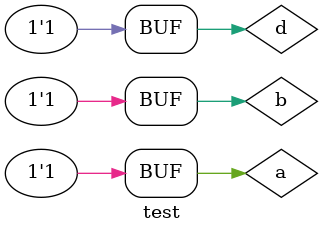
<source format=v>
module demux(d,a,b,z0,z1,z2,z3);
input a,b,d;
output z0,z1,z2,z3;
wire w1,w2;
not g1(w1, a);
not g1(w2, b);
and g3(z0, d,w1,w2);
and g4(z1, d,w1,w2);
and g5(z2, d,a,w2);
and g6(z3, d,a,b);
endmodule

module test;
reg a,b,d;
wire z0,z1,z2,z3;
demux i(d,a,b,z0,z1,z2,z3);
initial
begin
    a=1'b0;
    b=1'b0;
    d=1'b0;
    $monitor("time:%0t, d=%b, a=%b, b=%b, z0=%b, z1=%b, z2=%b, z3=%b",$time,d,a,b,z0,z1,z2,z3);
    #5 d=1'b0; a=1'b0; b=1'b0;
    #5 d=1'b0; a=1'b0; b=1'b1;
    #5 d=1'b0; a=1'b1; b=1'b0;
    #5 d=1'b0; a=1'b1; b=1'b1;
    #5 d=1'b1; a=1'b0; b=1'b0;
    #5 d=1'b1; a=1'b0; b=1'b1;
    #5 d=1'b1; a=1'b1; b=1'b0;
    #5 d=1'b1; a=1'b1; b=1'b1;
end
endmodule
</source>
